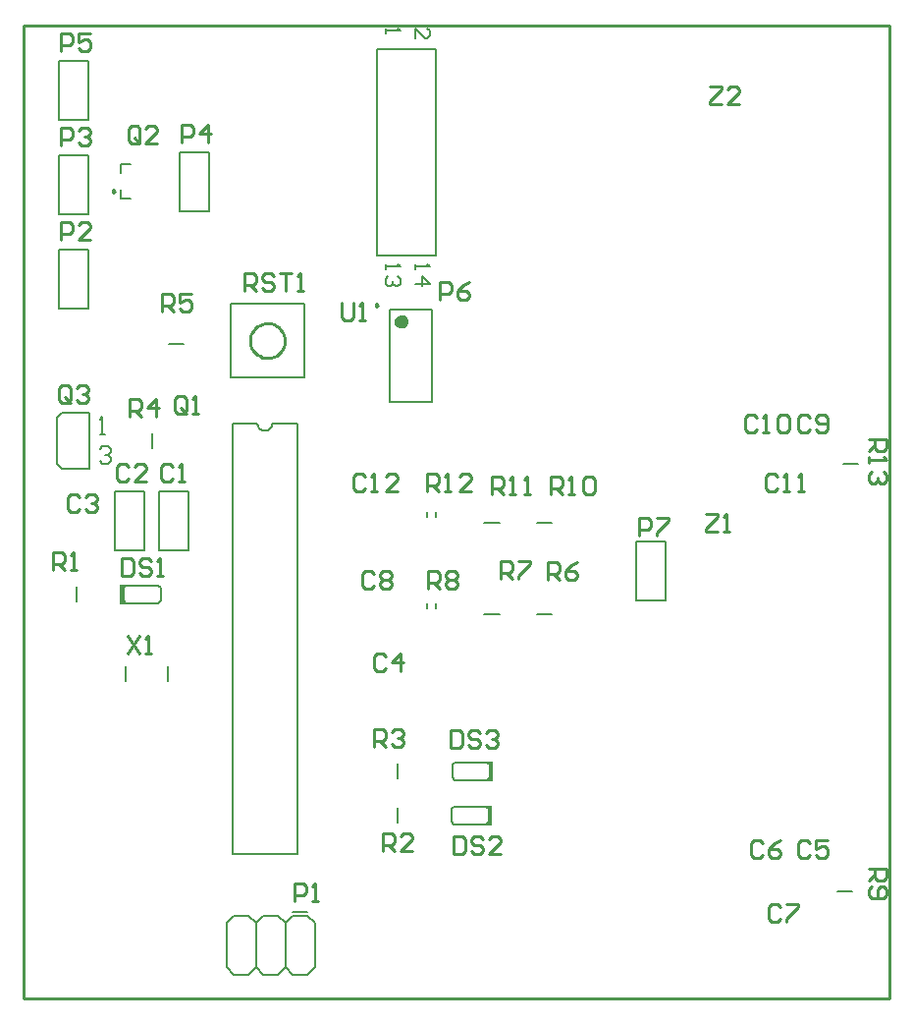
<source format=gto>
G04*
G04 #@! TF.GenerationSoftware,Altium Limited,Altium Designer,19.0.10 (269)*
G04*
G04 Layer_Color=65535*
%FSLAX24Y24*%
%MOIN*%
G70*
G01*
G75*
%ADD10C,0.0236*%
%ADD11C,0.0098*%
%ADD12C,0.0100*%
%ADD13C,0.0080*%
%ADD14C,0.0050*%
%ADD15C,0.0079*%
%ADD16C,0.0059*%
%ADD17R,0.0230X0.0065*%
%ADD18R,0.0180X0.0670*%
%ADD19R,0.0256X0.0073*%
D10*
X16145Y27554D02*
X16100Y27646D01*
X16000Y27669D01*
X15920Y27605D01*
Y27503D01*
X16000Y27439D01*
X16100Y27462D01*
X16145Y27554D01*
D11*
X15249Y28105D02*
X15175Y28148D01*
Y28063D01*
X15249Y28105D01*
X6318Y31965D02*
X6244Y32008D01*
Y31923D01*
X6318Y31965D01*
D12*
X12091Y26900D02*
X12082Y27000D01*
X12057Y27097D01*
X12016Y27188D01*
X11959Y27271D01*
X11890Y27343D01*
X11810Y27403D01*
X11720Y27448D01*
X11624Y27477D01*
X11525Y27490D01*
X11425Y27486D01*
X11327Y27465D01*
X11234Y27427D01*
X11149Y27375D01*
X11074Y27309D01*
X11011Y27231D01*
X10962Y27143D01*
X10928Y27049D01*
X10912Y26950D01*
Y26850D01*
X10928Y26751D01*
X10962Y26657D01*
X11011Y26569D01*
X11074Y26491D01*
X11149Y26425D01*
X11234Y26373D01*
X11327Y26335D01*
X11425Y26314D01*
X11525Y26310D01*
X11624Y26323D01*
X11720Y26352D01*
X11810Y26397D01*
X11890Y26457D01*
X11959Y26529D01*
X12016Y26612D01*
X12057Y26703D01*
X12082Y26800D01*
X12091Y26900D01*
X14000Y28200D02*
Y27700D01*
X14100Y27600D01*
X14300D01*
X14400Y27700D01*
Y28200D01*
X14600Y27600D02*
X14800D01*
X14700D01*
Y28200D01*
X14600Y28100D01*
X10700Y28600D02*
Y29200D01*
X11000D01*
X11100Y29100D01*
Y28900D01*
X11000Y28800D01*
X10700D01*
X10900D02*
X11100Y28600D01*
X11700Y29100D02*
X11600Y29200D01*
X11400D01*
X11300Y29100D01*
Y29000D01*
X11400Y28900D01*
X11600D01*
X11700Y28800D01*
Y28700D01*
X11600Y28600D01*
X11400D01*
X11300Y28700D01*
X11900Y29200D02*
X12299D01*
X12100D01*
Y28600D01*
X12499D02*
X12699D01*
X12599D01*
Y29200D01*
X12499Y29100D01*
X7162Y33674D02*
Y34074D01*
X7063Y34174D01*
X6863D01*
X6763Y34074D01*
Y33674D01*
X6863Y33574D01*
X7063D01*
X6963Y33774D02*
X7162Y33574D01*
X7063D02*
X7162Y33674D01*
X7762Y33574D02*
X7362D01*
X7762Y33974D01*
Y34074D01*
X7662Y34174D01*
X7462D01*
X7362Y34074D01*
X6749Y16875D02*
X7149Y16275D01*
Y16875D02*
X6749Y16275D01*
X7348D02*
X7548D01*
X7448D01*
Y16875D01*
X7348Y16775D01*
X6765Y22635D02*
X6665Y22735D01*
X6465D01*
X6365Y22635D01*
Y22235D01*
X6465Y22135D01*
X6665D01*
X6765Y22235D01*
X7365Y22135D02*
X6965D01*
X7365Y22535D01*
Y22635D01*
X7265Y22735D01*
X7065D01*
X6965Y22635D01*
X17700Y13700D02*
Y13100D01*
X18000D01*
X18100Y13200D01*
Y13600D01*
X18000Y13700D01*
X17700D01*
X18700Y13600D02*
X18600Y13700D01*
X18400D01*
X18300Y13600D01*
Y13500D01*
X18400Y13400D01*
X18600D01*
X18700Y13300D01*
Y13200D01*
X18600Y13100D01*
X18400D01*
X18300Y13200D01*
X18900Y13600D02*
X19000Y13700D01*
X19200D01*
X19299Y13600D01*
Y13500D01*
X19200Y13400D01*
X19100D01*
X19200D01*
X19299Y13300D01*
Y13200D01*
X19200Y13100D01*
X19000D01*
X18900Y13200D01*
X6560Y19535D02*
Y18935D01*
X6860D01*
X6960Y19035D01*
Y19435D01*
X6860Y19535D01*
X6560D01*
X7559Y19435D02*
X7459Y19535D01*
X7259D01*
X7159Y19435D01*
Y19335D01*
X7259Y19235D01*
X7459D01*
X7559Y19135D01*
Y19035D01*
X7459Y18935D01*
X7259D01*
X7159Y19035D01*
X7759Y18935D02*
X7959D01*
X7859D01*
Y19535D01*
X7759Y19435D01*
X16926Y21800D02*
Y22400D01*
X17226D01*
X17326Y22300D01*
Y22100D01*
X17226Y22000D01*
X16926D01*
X17126D02*
X17326Y21800D01*
X17525D02*
X17725D01*
X17625D01*
Y22400D01*
X17525Y22300D01*
X18425Y21800D02*
X18025D01*
X18425Y22200D01*
Y22300D01*
X18325Y22400D01*
X18125D01*
X18025Y22300D01*
X26524Y35513D02*
X26924D01*
Y35413D01*
X26524Y35013D01*
Y34913D01*
X26924D01*
X27524D02*
X27124D01*
X27524Y35313D01*
Y35413D01*
X27424Y35513D01*
X27224D01*
X27124Y35413D01*
X17340Y28300D02*
Y28900D01*
X17640D01*
X17740Y28800D01*
Y28600D01*
X17640Y28500D01*
X17340D01*
X18340Y28900D02*
X18140Y28800D01*
X17940Y28600D01*
Y28400D01*
X18040Y28300D01*
X18240D01*
X18340Y28400D01*
Y28500D01*
X18240Y28600D01*
X17940D01*
X24100Y20300D02*
Y20900D01*
X24400D01*
X24500Y20800D01*
Y20600D01*
X24400Y20500D01*
X24100D01*
X24700Y20900D02*
X25100D01*
Y20800D01*
X24700Y20400D01*
Y20300D01*
X4805Y24885D02*
Y25285D01*
X4705Y25385D01*
X4505D01*
X4405Y25285D01*
Y24885D01*
X4505Y24785D01*
X4705D01*
X4605Y24985D02*
X4805Y24785D01*
X4705D02*
X4805Y24885D01*
X5005Y25285D02*
X5105Y25385D01*
X5305D01*
X5405Y25285D01*
Y25185D01*
X5305Y25085D01*
X5205D01*
X5305D01*
X5405Y24985D01*
Y24885D01*
X5305Y24785D01*
X5105D01*
X5005Y24885D01*
X31900Y23553D02*
X32500D01*
Y23253D01*
X32400Y23153D01*
X32200D01*
X32100Y23253D01*
Y23553D01*
Y23353D02*
X31900Y23153D01*
Y22953D02*
Y22753D01*
Y22853D01*
X32500D01*
X32400Y22953D01*
Y22453D02*
X32500Y22353D01*
Y22153D01*
X32400Y22053D01*
X32300D01*
X32200Y22153D01*
Y22253D01*
Y22153D01*
X32100Y22053D01*
X32000D01*
X31900Y22153D01*
Y22353D01*
X32000Y22453D01*
X12400Y7900D02*
Y8500D01*
X12700D01*
X12800Y8400D01*
Y8200D01*
X12700Y8100D01*
X12400D01*
X13000Y7900D02*
X13200D01*
X13100D01*
Y8500D01*
X13000Y8400D01*
X14800Y22300D02*
X14700Y22400D01*
X14500D01*
X14400Y22300D01*
Y21900D01*
X14500Y21800D01*
X14700D01*
X14800Y21900D01*
X15000Y21800D02*
X15200D01*
X15100D01*
Y22400D01*
X15000Y22300D01*
X15900Y21800D02*
X15500D01*
X15900Y22200D01*
Y22300D01*
X15800Y22400D01*
X15600D01*
X15500Y22300D01*
X8745Y24525D02*
Y24925D01*
X8645Y25025D01*
X8445D01*
X8345Y24925D01*
Y24525D01*
X8445Y24425D01*
X8645D01*
X8545Y24625D02*
X8745Y24425D01*
X8645D02*
X8745Y24525D01*
X8945Y24425D02*
X9145D01*
X9045D01*
Y25025D01*
X8945Y24925D01*
X8265Y22635D02*
X8165Y22735D01*
X7965D01*
X7865Y22635D01*
Y22235D01*
X7965Y22135D01*
X8165D01*
X8265Y22235D01*
X8465Y22135D02*
X8665D01*
X8565D01*
Y22735D01*
X8465Y22635D01*
X5097Y21600D02*
X4997Y21700D01*
X4797D01*
X4697Y21600D01*
Y21200D01*
X4797Y21100D01*
X4997D01*
X5097Y21200D01*
X5297Y21600D02*
X5397Y21700D01*
X5597D01*
X5697Y21600D01*
Y21500D01*
X5597Y21400D01*
X5497D01*
X5597D01*
X5697Y21300D01*
Y21200D01*
X5597Y21100D01*
X5397D01*
X5297Y21200D01*
X15500Y16200D02*
X15400Y16300D01*
X15200D01*
X15100Y16200D01*
Y15800D01*
X15200Y15700D01*
X15400D01*
X15500Y15800D01*
X16000Y15700D02*
Y16300D01*
X15700Y16000D01*
X16100D01*
X29922Y9855D02*
X29822Y9955D01*
X29622D01*
X29522Y9855D01*
Y9455D01*
X29622Y9355D01*
X29822D01*
X29922Y9455D01*
X30522Y9955D02*
X30122D01*
Y9655D01*
X30322Y9755D01*
X30422D01*
X30522Y9655D01*
Y9455D01*
X30422Y9355D01*
X30222D01*
X30122Y9455D01*
X28300Y9855D02*
X28200Y9955D01*
X28000D01*
X27900Y9855D01*
Y9455D01*
X28000Y9355D01*
X28200D01*
X28300Y9455D01*
X28900Y9955D02*
X28700Y9855D01*
X28500Y9655D01*
Y9455D01*
X28600Y9355D01*
X28800D01*
X28900Y9455D01*
Y9555D01*
X28800Y9655D01*
X28500D01*
X28900Y7700D02*
X28800Y7800D01*
X28600D01*
X28500Y7700D01*
Y7300D01*
X28600Y7200D01*
X28800D01*
X28900Y7300D01*
X29100Y7800D02*
X29500D01*
Y7700D01*
X29100Y7300D01*
Y7200D01*
X15100Y19003D02*
X15000Y19103D01*
X14800D01*
X14700Y19003D01*
Y18603D01*
X14800Y18503D01*
X15000D01*
X15100Y18603D01*
X15300Y19003D02*
X15400Y19103D01*
X15600D01*
X15700Y19003D01*
Y18903D01*
X15600Y18803D01*
X15700Y18703D01*
Y18603D01*
X15600Y18503D01*
X15400D01*
X15300Y18603D01*
Y18703D01*
X15400Y18803D01*
X15300Y18903D01*
Y19003D01*
X15400Y18803D02*
X15600D01*
X29900Y24300D02*
X29800Y24400D01*
X29600D01*
X29500Y24300D01*
Y23900D01*
X29600Y23800D01*
X29800D01*
X29900Y23900D01*
X30100D02*
X30200Y23800D01*
X30400D01*
X30500Y23900D01*
Y24300D01*
X30400Y24400D01*
X30200D01*
X30100Y24300D01*
Y24200D01*
X30200Y24100D01*
X30500D01*
X28100Y24300D02*
X28000Y24400D01*
X27800D01*
X27700Y24300D01*
Y23900D01*
X27800Y23800D01*
X28000D01*
X28100Y23900D01*
X28300Y23800D02*
X28500D01*
X28400D01*
Y24400D01*
X28300Y24300D01*
X28800D02*
X28900Y24400D01*
X29100D01*
X29200Y24300D01*
Y23900D01*
X29100Y23800D01*
X28900D01*
X28800Y23900D01*
Y24300D01*
X28821Y22300D02*
X28721Y22400D01*
X28521D01*
X28421Y22300D01*
Y21900D01*
X28521Y21800D01*
X28721D01*
X28821Y21900D01*
X29021Y21800D02*
X29221D01*
X29121D01*
Y22400D01*
X29021Y22300D01*
X29521Y21800D02*
X29721D01*
X29621D01*
Y22400D01*
X29521Y22300D01*
X17800Y10100D02*
Y9500D01*
X18100D01*
X18200Y9600D01*
Y10000D01*
X18100Y10100D01*
X17800D01*
X18800Y10000D02*
X18700Y10100D01*
X18500D01*
X18400Y10000D01*
Y9900D01*
X18500Y9800D01*
X18700D01*
X18800Y9700D01*
Y9600D01*
X18700Y9500D01*
X18500D01*
X18400Y9600D01*
X19399Y9500D02*
X19000D01*
X19399Y9900D01*
Y10000D01*
X19300Y10100D01*
X19100D01*
X19000Y10000D01*
X4465Y30335D02*
Y30935D01*
X4765D01*
X4865Y30835D01*
Y30635D01*
X4765Y30535D01*
X4465D01*
X5465Y30335D02*
X5065D01*
X5465Y30735D01*
Y30835D01*
X5365Y30935D01*
X5165D01*
X5065Y30835D01*
X4465Y33535D02*
Y34135D01*
X4765D01*
X4865Y34035D01*
Y33835D01*
X4765Y33735D01*
X4465D01*
X5065Y34035D02*
X5165Y34135D01*
X5365D01*
X5465Y34035D01*
Y33935D01*
X5365Y33835D01*
X5265D01*
X5365D01*
X5465Y33735D01*
Y33635D01*
X5365Y33535D01*
X5165D01*
X5065Y33635D01*
X8565Y33635D02*
Y34235D01*
X8865D01*
X8965Y34135D01*
Y33935D01*
X8865Y33835D01*
X8565D01*
X9465Y33635D02*
Y34235D01*
X9165Y33935D01*
X9565D01*
X4465Y36735D02*
Y37335D01*
X4765D01*
X4865Y37235D01*
Y37035D01*
X4765Y36935D01*
X4465D01*
X5465Y37335D02*
X5065D01*
Y37035D01*
X5265Y37135D01*
X5365D01*
X5465Y37035D01*
Y36835D01*
X5365Y36735D01*
X5165D01*
X5065Y36835D01*
X4221Y19115D02*
Y19715D01*
X4521D01*
X4621Y19615D01*
Y19415D01*
X4521Y19315D01*
X4221D01*
X4421D02*
X4621Y19115D01*
X4821D02*
X5021D01*
X4921D01*
Y19715D01*
X4821Y19615D01*
X15400Y9600D02*
Y10200D01*
X15700D01*
X15800Y10100D01*
Y9900D01*
X15700Y9800D01*
X15400D01*
X15600D02*
X15800Y9600D01*
X16400D02*
X16000D01*
X16400Y10000D01*
Y10100D01*
X16300Y10200D01*
X16100D01*
X16000Y10100D01*
X15115Y13115D02*
Y13715D01*
X15415D01*
X15515Y13615D01*
Y13415D01*
X15415Y13315D01*
X15115D01*
X15315D02*
X15515Y13115D01*
X15715Y13615D02*
X15815Y13715D01*
X16015D01*
X16115Y13615D01*
Y13515D01*
X16015Y13415D01*
X15915D01*
X16015D01*
X16115Y13315D01*
Y13215D01*
X16015Y13115D01*
X15815D01*
X15715Y13215D01*
X6809Y24315D02*
Y24915D01*
X7109D01*
X7209Y24815D01*
Y24615D01*
X7109Y24515D01*
X6809D01*
X7009D02*
X7209Y24315D01*
X7708D02*
Y24915D01*
X7409Y24615D01*
X7808D01*
X7900Y27894D02*
Y28494D01*
X8200D01*
X8300Y28394D01*
Y28194D01*
X8200Y28094D01*
X7900D01*
X8100D02*
X8300Y27894D01*
X8900Y28494D02*
X8500D01*
Y28194D01*
X8700Y28294D01*
X8800D01*
X8900Y28194D01*
Y27994D01*
X8800Y27894D01*
X8600D01*
X8500Y27994D01*
X21000Y18800D02*
Y19400D01*
X21300D01*
X21400Y19300D01*
Y19100D01*
X21300Y19000D01*
X21000D01*
X21200D02*
X21400Y18800D01*
X22000Y19400D02*
X21800Y19300D01*
X21600Y19100D01*
Y18900D01*
X21700Y18800D01*
X21900D01*
X22000Y18900D01*
Y19000D01*
X21900Y19100D01*
X21600D01*
X19418Y18813D02*
Y19412D01*
X19718D01*
X19818Y19312D01*
Y19112D01*
X19718Y19013D01*
X19418D01*
X19618D02*
X19818Y18813D01*
X20018Y19412D02*
X20418D01*
Y19312D01*
X20018Y18913D01*
Y18813D01*
X16961Y18500D02*
Y19100D01*
X17261D01*
X17361Y19000D01*
Y18800D01*
X17261Y18700D01*
X16961D01*
X17161D02*
X17361Y18500D01*
X17560Y19000D02*
X17660Y19100D01*
X17860D01*
X17960Y19000D01*
Y18900D01*
X17860Y18800D01*
X17960Y18700D01*
Y18600D01*
X17860Y18500D01*
X17660D01*
X17560Y18600D01*
Y18700D01*
X17660Y18800D01*
X17560Y18900D01*
Y19000D01*
X17660Y18800D02*
X17860D01*
X31915Y8991D02*
X32515D01*
Y8691D01*
X32415Y8591D01*
X32215D01*
X32115Y8691D01*
Y8991D01*
Y8791D02*
X31915Y8591D01*
X32015Y8391D02*
X31915Y8292D01*
Y8092D01*
X32015Y7992D01*
X32415D01*
X32515Y8092D01*
Y8292D01*
X32415Y8391D01*
X32315D01*
X32215Y8292D01*
Y7992D01*
X21100Y21700D02*
Y22300D01*
X21400D01*
X21500Y22200D01*
Y22000D01*
X21400Y21900D01*
X21100D01*
X21300D02*
X21500Y21700D01*
X21700D02*
X21900D01*
X21800D01*
Y22300D01*
X21700Y22200D01*
X22200D02*
X22300Y22300D01*
X22500D01*
X22600Y22200D01*
Y21800D01*
X22500Y21700D01*
X22300D01*
X22200Y21800D01*
Y22200D01*
X19118Y21700D02*
Y22300D01*
X19418D01*
X19518Y22200D01*
Y22000D01*
X19418Y21900D01*
X19118D01*
X19318D02*
X19518Y21700D01*
X19718D02*
X19918D01*
X19818D01*
Y22300D01*
X19718Y22200D01*
X20218Y21700D02*
X20418D01*
X20318D01*
Y22300D01*
X20218Y22200D01*
X26366Y21013D02*
X26766D01*
Y20913D01*
X26366Y20513D01*
Y20413D01*
X26766D01*
X26966D02*
X27166D01*
X27066D01*
Y21013D01*
X26966Y20913D01*
X3200Y37600D02*
X3200Y4600D01*
X3200Y37600D02*
X32600D01*
X32600Y4600D01*
X3200D02*
X32600D01*
D13*
X19031Y12510D02*
X18946Y12595D01*
Y12005D02*
X19031Y12090D01*
X17854Y12595D02*
X17769Y12510D01*
Y12090D02*
X17854Y12005D01*
X6604Y18090D02*
X6689Y18005D01*
Y18595D02*
X6604Y18510D01*
X7780Y18005D02*
X7865Y18090D01*
Y18510D02*
X7780Y18595D01*
X18996Y11010D02*
X18911Y11095D01*
Y10505D02*
X18996Y10590D01*
X17820Y11095D02*
X17735Y11010D01*
Y10590D02*
X17820Y10505D01*
X8110Y15344D02*
Y15860D01*
X6691Y15344D02*
Y15860D01*
X19031Y12090D02*
Y12510D01*
X17769Y12090D02*
Y12510D01*
X17854Y12595D02*
X18946D01*
X17854Y12005D02*
X18946D01*
X6604Y18090D02*
Y18510D01*
X7865Y18090D02*
Y18510D01*
X6689Y18005D02*
X7780D01*
X6689Y18595D02*
X7780D01*
X12850Y7400D02*
X13100Y7150D01*
X12100D02*
X12350Y7400D01*
X11850D02*
X12100Y7150D01*
X11100D02*
X11350Y7400D01*
X10850D02*
X11100Y7150D01*
X10100D02*
X10350Y7400D01*
X13100Y5650D02*
Y7150D01*
X12850Y5400D02*
X13100Y5650D01*
X12350Y5400D02*
X12850D01*
X12100Y5650D02*
X12350Y5400D01*
X11850D02*
X12100Y5650D01*
X11350Y5400D02*
X11850D01*
X11100Y5650D02*
X11350Y5400D01*
X10850D02*
X11100Y5650D01*
X10350Y5400D02*
X10850D01*
X10100Y5650D02*
X10350Y5400D01*
X12100Y5650D02*
Y7150D01*
X11100Y5650D02*
Y7150D01*
X10100Y5650D02*
Y7150D01*
X10350Y7400D02*
X10850D01*
X11350D02*
X11850D01*
X12350D02*
X12850D01*
X12350Y7532D02*
X12850D01*
X18996Y10590D02*
Y11010D01*
X17735Y10590D02*
Y11010D01*
X17820Y11095D02*
X18911D01*
X17820Y10505D02*
X18911D01*
X16500Y37167D02*
Y37500D01*
X16833Y37167D01*
X16917D01*
X17000Y37250D01*
Y37417D01*
X16917Y37500D01*
X15500D02*
Y37333D01*
Y37417D01*
X16000D01*
X15917Y37500D01*
X16500Y29500D02*
Y29333D01*
Y29417D01*
X17000D01*
X16917Y29500D01*
X16500Y28834D02*
X17000D01*
X16750Y29083D01*
Y28750D01*
X15500Y29500D02*
Y29333D01*
Y29417D01*
X16000D01*
X15917Y29500D01*
Y29083D02*
X16000Y29000D01*
Y28834D01*
X15917Y28750D01*
X15833D01*
X15750Y28834D01*
Y28917D01*
Y28834D01*
X15667Y28750D01*
X15583D01*
X15500Y28834D01*
Y29000D01*
X15583Y29083D01*
D14*
X11150Y24100D02*
X11169Y24004D01*
X11223Y23923D01*
X11304Y23869D01*
X11400Y23850D01*
X11496Y23869D01*
X11577Y23923D01*
X11631Y24004D01*
X11650Y24100D01*
X10300Y9500D02*
X12500D01*
Y24100D01*
X11650D02*
X12500D01*
X10300Y9500D02*
Y24100D01*
X11150D01*
D15*
X15633Y24837D02*
X17090D01*
X15633Y27948D02*
X17090D01*
Y24837D02*
Y27948D01*
X15633Y24837D02*
Y27948D01*
X10260Y28144D02*
X12744D01*
X10260Y25660D02*
Y28144D01*
Y25660D02*
X12744D01*
Y28144D01*
X6524Y32576D02*
Y32891D01*
X6839D01*
X6524Y31709D02*
Y32024D01*
Y31709D02*
X6839D01*
X6300Y19800D02*
Y21800D01*
Y19800D02*
X7300D01*
Y21800D01*
X6300D02*
X7300D01*
X16923Y20926D02*
Y21083D01*
X17198Y20926D02*
Y21083D01*
X15200Y29800D02*
X17200D01*
X15200Y36800D02*
X17200D01*
Y29800D02*
Y36800D01*
X15200Y29800D02*
Y36800D01*
X24000Y18100D02*
X25000D01*
X24000D02*
Y20100D01*
X25000D01*
Y18100D02*
Y20100D01*
X4345Y22724D02*
X4518Y22551D01*
X4345Y24276D02*
X4518Y24449D01*
Y24445D02*
X5455D01*
X4518Y22555D02*
X5455D01*
X4345Y22724D02*
Y24276D01*
X5455Y22555D02*
Y24445D01*
X31044Y22706D02*
X31556D01*
X7800Y19800D02*
Y21800D01*
Y19800D02*
X8800D01*
Y21800D01*
X7800D02*
X8800D01*
X4400Y30000D02*
X5400D01*
Y28000D02*
Y30000D01*
X4400Y28000D02*
X5400D01*
X4400D02*
Y30000D01*
Y33200D02*
X5400D01*
Y31200D02*
Y33200D01*
X4400Y31200D02*
X5400D01*
X4400D02*
Y33200D01*
X8500Y33300D02*
X9500D01*
Y31300D02*
Y33300D01*
X8500Y31300D02*
X9500D01*
X8500D02*
Y33300D01*
X4400Y36400D02*
X5400D01*
Y34400D02*
Y36400D01*
X4400Y34400D02*
X5400D01*
X4400D02*
Y36400D01*
X5006Y18044D02*
Y18556D01*
X15900Y10544D02*
Y11056D01*
Y12044D02*
Y12556D01*
X7594Y23244D02*
Y23756D01*
X8144Y26800D02*
X8656D01*
X20644Y17606D02*
X21156D01*
X18862D02*
X19374D01*
X17198Y17826D02*
Y17983D01*
X16923Y17826D02*
Y17983D01*
X30844Y8206D02*
X31356D01*
X20644Y20706D02*
X21156D01*
X18862D02*
X19374D01*
D16*
X5796Y23719D02*
X5992D01*
X5894D01*
Y24309D01*
X5796Y24210D01*
Y23219D02*
X5894Y23318D01*
X6091D01*
X6189Y23219D01*
Y23121D01*
X6091Y23022D01*
X5992D01*
X6091D01*
X6189Y22924D01*
Y22826D01*
X6091Y22727D01*
X5894D01*
X5796Y22826D01*
D17*
X18987Y12603D02*
D03*
X6648Y17997D02*
D03*
X18952Y11103D02*
D03*
D18*
X19087Y12300D02*
D03*
X6548Y18300D02*
D03*
X19052Y10800D02*
D03*
D19*
X18974Y12002D02*
D03*
X6661Y18598D02*
D03*
X18939Y10502D02*
D03*
M02*

</source>
